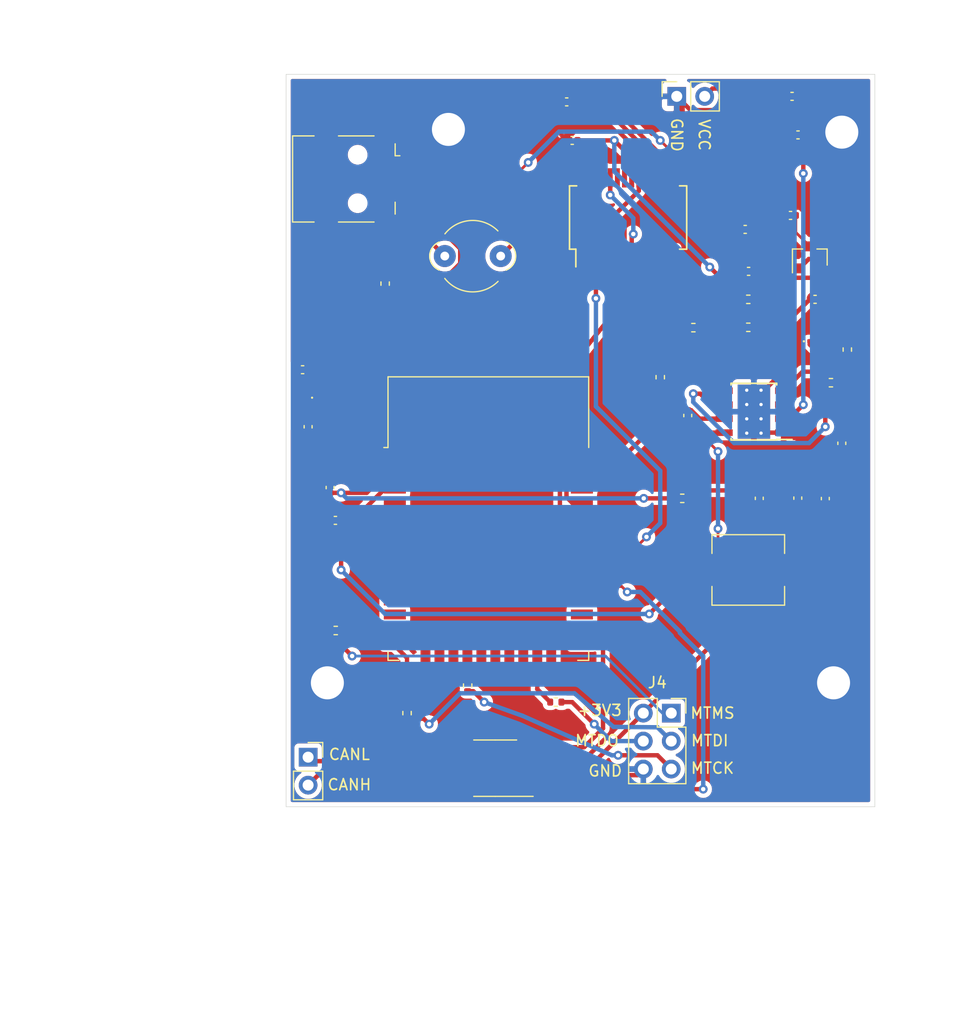
<source format=kicad_pcb>
(kicad_pcb (version 20171130) (host pcbnew "(5.1.9)-1")
  (layers (0 F.Cu signal) (31 B.Cu signal) (34 B.Paste user) (35 F.Paste user) (36 B.SilkS user) (37 F.SilkS user) (38 B.Mask user) (39 F.Mask user) (44 Edge.Cuts user))
  (net 0 "")
  (net 1 GND)
  (net 2 +12V)
  (net 3 "Net-(C3-Pad1)")
  (net 4 "Net-(C4-Pad1)")
  (net 5 "Net-(C5-Pad2)")
  (net 6 "Net-(C8-Pad1)")
  (net 7 "Net-(C8-Pad2)")
  (net 8 +3V3)
  (net 9 "Net-(C13-Pad1)")
  (net 10 "Net-(C13-Pad2)")
  (net 11 "Net-(C15-Pad1)")
  (net 12 "Net-(D1-Pad1)")
  (net 13 "Net-(D2-Pad1)")
  (net 14 "Net-(FB1-Pad2)")
  (net 15 "Net-(J1-Pad2)")
  (net 16 "Net-(J1-Pad3)")
  (net 17 "Net-(J1-Pad4)")
  (net 18 "Net-(J1-Pad6)")
  (net 19 "Net-(J3-Pad2)")
  (net 20 "Net-(J3-Pad1)")
  (net 21 "Net-(J4-Pad1)")
  (net 22 "Net-(J4-Pad3)")
  (net 23 "Net-(J4-Pad4)")
  (net 24 "Net-(J4-Pad5)")
  (net 25 PG)
  (net 26 "Net-(R2-Pad2)")
  (net 27 MTMS)
  (net 28 MTDI)
  (net 29 MTCK)
  (net 30 "Net-(R8-Pad2)")
  (net 31 MTDO)
  (net 32 CAN_TXD)
  (net 33 CAN_RXD)
  (net 34 "Net-(U1-Pad5)")
  (net 35 "Net-(U1-Pad8)")
  (net 36 RX-ESP)
  (net 37 "Net-(U3-Pad2)")
  (net 38 IO19)
  (net 39 TX-ESP)
  (net 40 "Net-(U3-Pad6)")
  (net 41 "Net-(U3-Pad9)")
  (net 42 "Net-(U3-Pad10)")
  (net 43 IO22)
  (net 44 "Net-(U3-Pad12)")
  (net 45 "Net-(U3-Pad13)")
  (net 46 "Net-(U3-Pad19)")
  (net 47 "Net-(U3-Pad22)")
  (net 48 "Net-(U3-Pad23)")
  (net 49 "Net-(U3-Pad27)")
  (net 50 "Net-(U3-Pad28)")
  (net 51 "Net-(U4-Pad4)")
  (net 52 "Net-(U4-Pad5)")
  (net 53 "Net-(U4-Pad6)")
  (net 54 "Net-(U4-Pad7)")
  (net 55 "Net-(U4-Pad8)")
  (net 56 "Net-(U4-Pad9)")
  (net 57 "Net-(U4-Pad10)")
  (net 58 "Net-(U4-Pad11)")
  (net 59 "Net-(U4-Pad12)")
  (net 60 "Net-(U4-Pad17)")
  (net 61 "Net-(U4-Pad18)")
  (net 62 "Net-(U4-Pad19)")
  (net 63 "Net-(U4-Pad20)")
  (net 64 "Net-(U4-Pad21)")
  (net 65 "Net-(U4-Pad22)")
  (net 66 "Net-(U4-Pad24)")
  (net 67 "Net-(U4-Pad25)")
  (net 68 "Net-(U4-Pad27)")
  (net 69 "Net-(U4-Pad28)")
  (net 70 "Net-(U4-Pad30)")
  (net 71 "Net-(U4-Pad32)")
  (net 72 "Net-(U4-Pad33)")
  (net 73 "Net-(U4-Pad37)")
  (module RF_Module:ESP32-WROOM-32 (layer F.Cu) (at 119.38 100.33)
    (fp_text reference U4 hide)
    (fp_text value ESP32-WROOM-32 hide)
    (pad 38 smd rect (at 8.5 -8.255) (size 2 0.9) (layers F.Cu F.Paste F.Mask) (net 1 GND))
    (pad 37 smd rect (at 8.5 -6.985) (size 2 0.9) (layers F.Cu F.Paste F.Mask) (net 73 "Net-(U4-Pad37)"))
    (pad 36 smd rect (at 8.5 -5.715) (size 2 0.9) (layers F.Cu F.Paste F.Mask) (net 43 IO22))
    (pad 35 smd rect (at 8.5 -4.445) (size 2 0.9) (layers F.Cu F.Paste F.Mask) (net 39 TX-ESP))
    (pad 34 smd rect (at 8.5 -3.175) (size 2 0.9) (layers F.Cu F.Paste F.Mask) (net 36 RX-ESP))
    (pad 33 smd rect (at 8.5 -1.905) (size 2 0.9) (layers F.Cu F.Paste F.Mask) (net 72 "Net-(U4-Pad33)"))
    (pad 32 smd rect (at 8.5 -0.635) (size 2 0.9) (layers F.Cu F.Paste F.Mask) (net 71 "Net-(U4-Pad32)"))
    (pad 31 smd rect (at 8.5 0.635) (size 2 0.9) (layers F.Cu F.Paste F.Mask) (net 38 IO19))
    (pad 30 smd rect (at 8.5 1.905) (size 2 0.9) (layers F.Cu F.Paste F.Mask) (net 70 "Net-(U4-Pad30)"))
    (pad 29 smd rect (at 8.5 3.175) (size 2 0.9) (layers F.Cu F.Paste F.Mask) (net 32 CAN_TXD))
    (pad 28 smd rect (at 8.5 4.445) (size 2 0.9) (layers F.Cu F.Paste F.Mask) (net 69 "Net-(U4-Pad28)"))
    (pad 27 smd rect (at 8.5 5.715) (size 2 0.9) (layers F.Cu F.Paste F.Mask) (net 68 "Net-(U4-Pad27)"))
    (pad 26 smd rect (at 8.5 6.985) (size 2 0.9) (layers F.Cu F.Paste F.Mask) (net 33 CAN_RXD))
    (pad 25 smd rect (at 8.5 8.255) (size 2 0.9) (layers F.Cu F.Paste F.Mask) (net 67 "Net-(U4-Pad25)"))
    (pad 24 smd rect (at 5.715 9.255 90) (size 2 0.9) (layers F.Cu F.Paste F.Mask) (net 66 "Net-(U4-Pad24)"))
    (pad 23 smd rect (at 4.445 9.255 90) (size 2 0.9) (layers F.Cu F.Paste F.Mask) (net 31 MTDO))
    (pad 22 smd rect (at 3.175 9.255 90) (size 2 0.9) (layers F.Cu F.Paste F.Mask) (net 65 "Net-(U4-Pad22)"))
    (pad 21 smd rect (at 1.905 9.255 90) (size 2 0.9) (layers F.Cu F.Paste F.Mask) (net 64 "Net-(U4-Pad21)"))
    (pad 20 smd rect (at 0.635 9.255 90) (size 2 0.9) (layers F.Cu F.Paste F.Mask) (net 63 "Net-(U4-Pad20)"))
    (pad 19 smd rect (at -0.635 9.255 90) (size 2 0.9) (layers F.Cu F.Paste F.Mask) (net 62 "Net-(U4-Pad19)"))
    (pad 18 smd rect (at -1.905 9.255 90) (size 2 0.9) (layers F.Cu F.Paste F.Mask) (net 61 "Net-(U4-Pad18)"))
    (pad 17 smd rect (at -3.175 9.255 90) (size 2 0.9) (layers F.Cu F.Paste F.Mask) (net 60 "Net-(U4-Pad17)"))
    (pad 16 smd rect (at -4.445 9.255 90) (size 2 0.9) (layers F.Cu F.Paste F.Mask) (net 29 MTCK))
    (pad 15 smd rect (at -5.715 9.255 90) (size 2 0.9) (layers F.Cu F.Paste F.Mask) (net 1 GND))
    (pad 14 smd rect (at -8.5 8.255) (size 2 0.9) (layers F.Cu F.Paste F.Mask) (net 28 MTDI))
    (pad 13 smd rect (at -8.5 6.985) (size 2 0.9) (layers F.Cu F.Paste F.Mask) (net 27 MTMS))
    (pad 12 smd rect (at -8.5 5.715) (size 2 0.9) (layers F.Cu F.Paste F.Mask) (net 59 "Net-(U4-Pad12)"))
    (pad 11 smd rect (at -8.5 4.445) (size 2 0.9) (layers F.Cu F.Paste F.Mask) (net 58 "Net-(U4-Pad11)"))
    (pad 10 smd rect (at -8.5 3.175) (size 2 0.9) (layers F.Cu F.Paste F.Mask) (net 57 "Net-(U4-Pad10)"))
    (pad 9 smd rect (at -8.5 1.905) (size 2 0.9) (layers F.Cu F.Paste F.Mask) (net 56 "Net-(U4-Pad9)"))
    (pad 8 smd rect (at -8.5 0.635) (size 2 0.9) (layers F.Cu F.Paste F.Mask) (net 55 "Net-(U4-Pad8)"))
    (pad 7 smd rect (at -8.5 -0.635) (size 2 0.9) (layers F.Cu F.Paste F.Mask) (net 54 "Net-(U4-Pad7)"))
    (pad 6 smd rect (at -8.5 -1.905) (size 2 0.9) (layers F.Cu F.Paste F.Mask) (net 53 "Net-(U4-Pad6)"))
    (pad 5 smd rect (at -8.5 -3.175) (size 2 0.9) (layers F.Cu F.Paste F.Mask) (net 52 "Net-(U4-Pad5)"))
    (pad 4 smd rect (at -8.5 -4.445) (size 2 0.9) (layers F.Cu F.Paste F.Mask) (net 51 "Net-(U4-Pad4)"))
    (pad 3 smd rect (at -8.5 -5.715) (size 2 0.9) (layers F.Cu F.Paste F.Mask) (net 11 "Net-(C15-Pad1)"))
    (pad 2 smd rect (at -8.5 -6.985) (size 2 0.9) (layers F.Cu F.Paste F.Mask) (net 8 +3V3))
    (pad 1 smd rect (at -8.5 -8.255) (size 2 0.9) (layers F.Cu F.Paste F.Mask) (net 1 GND))
    (pad 39 smd rect (at -1 -0.755) (size 5 5) (layers F.Cu F.Paste F.Mask) (net 1 GND))
  )
  (module "connectors added:PinSocket_2x03_P2.54mm_Vertical" (layer F.Cu) (at 136 115)
    (fp_text reference J4 (at -1.27 -2.77) (layer F.SilkS))
    (fp_text value Conn_02x03_Odd_Even)
    (pad 6 thru_hole oval (at -2.54 5.08) (size 1.7 1.7) (drill 1) (layers *.Cu *.Mask) (net 1 GND))
    (pad 5 thru_hole oval (at 0 5.08) (size 1.7 1.7) (drill 1) (layers *.Cu *.Mask) (net 24 "Net-(J4-Pad5)"))
    (pad 4 thru_hole oval (at -2.54 2.54) (size 1.7 1.7) (drill 1) (layers *.Cu *.Mask) (net 23 "Net-(J4-Pad4)"))
    (pad 3 thru_hole oval (at 0 2.54) (size 1.7 1.7) (drill 1) (layers *.Cu *.Mask) (net 22 "Net-(J4-Pad3)"))
    (pad 2 thru_hole oval (at -2.54 0) (size 1.7 1.7) (drill 1) (layers *.Cu *.Mask) (net 8 +3V3))
    (pad 1 thru_hole rect (at 0 0) (size 1.7 1.7) (drill 1) (layers *.Cu *.Mask) (net 21 "Net-(J4-Pad1)"))
  )
  (module LED_SMD:LED_0201_0603Metric (layer F.Cu) (at 102.5 86.36 180)
    (fp_text reference D1 hide)
    (fp_text value LED hide)
    (pad 2 smd roundrect (at 0.32 0 180) (size 0.46 0.4) (layers F.Cu F.Mask) (net 8 +3V3))
    (pad 1 smd roundrect (at -0.32 0 180) (size 0.46 0.4) (layers F.Cu F.Mask) (net 12 "Net-(D1-Pad1)"))
  )
  (module LED_SMD:LED_0201_0603Metric (layer F.Cu) (at 148.91 81.24)
    (fp_text reference D2 hide)
    (fp_text value LED hide)
    (pad 2 smd roundrect (at 0.32 0) (size 0.46 0.4) (layers F.Cu F.Mask) (net 9 "Net-(C13-Pad1)"))
    (pad 1 smd roundrect (at -0.32 0) (size 0.46 0.4) (layers F.Cu F.Mask) (net 13 "Net-(D2-Pad1)"))
  )
  (module Ferrite_THT:LairdTech_28C0236-0JW-10 (layer F.Cu) (at 120.5 73.5 180)
    (fp_text reference FB1 hide)
    (fp_text value Ferrite_Bead hide)
    (pad 1 thru_hole circle (at 0 0 180) (size 2 2) (drill 0.8) (layers *.Cu *.Mask) (net 3 "Net-(C3-Pad1)"))
    (pad 2 thru_hole circle (at 5.08 0 180) (size 2 2) (drill 0.8) (layers *.Cu *.Mask) (net 14 "Net-(FB1-Pad2)"))
  )
  (module Connector_USB:USB_Mini-B_Lumberg_2486_01_Horizontal (layer F.Cu) (at 107.5 66.5 270)
    (fp_text reference J1 hide)
    (fp_text value USB_B_Mini hide)
    (pad "" np_thru_hole circle (at 2.2 0 270) (size 1 1) (drill 1) (layers *.Cu *.Mask))
    (pad "" np_thru_hole circle (at -2.2 0 270) (size 1 1) (drill 1) (layers *.Cu *.Mask))
    (pad 6 smd rect (at 4.45 2.85 270) (size 2 1.7) (layers F.Cu F.Paste F.Mask) (net 18 "Net-(J1-Pad6)"))
    (pad 6 smd rect (at 4.45 -2.6 270) (size 2 1.7) (layers F.Cu F.Paste F.Mask) (net 18 "Net-(J1-Pad6)"))
    (pad 6 smd rect (at -4.45 2.85 270) (size 2 1.7) (layers F.Cu F.Paste F.Mask) (net 18 "Net-(J1-Pad6)"))
    (pad 6 smd rect (at -4.45 -2.6 270) (size 2 1.7) (layers F.Cu F.Paste F.Mask) (net 18 "Net-(J1-Pad6)"))
    (pad 5 smd rect (at 1.6 -2.7 270) (size 0.5 2) (layers F.Cu F.Paste F.Mask) (net 1 GND))
    (pad 4 smd rect (at 0.8 -2.7 270) (size 0.5 2) (layers F.Cu F.Paste F.Mask) (net 17 "Net-(J1-Pad4)"))
    (pad 3 smd rect (at 0 -2.7 270) (size 0.5 2) (layers F.Cu F.Paste F.Mask) (net 16 "Net-(J1-Pad3)"))
    (pad 2 smd rect (at -0.8 -2.7 270) (size 0.5 2) (layers F.Cu F.Paste F.Mask) (net 15 "Net-(J1-Pad2)"))
    (pad 1 smd rect (at -1.6 -2.7 270) (size 0.5 2) (layers F.Cu F.Paste F.Mask) (net 14 "Net-(FB1-Pad2)"))
  )
  (module "connectors added:PinSocket_1x02_P2.54mm_Vertical" (layer F.Cu) (at 136.5 59 90)
    (fp_text reference J2 hide)
    (fp_text value Screw_Terminal_01x02 hide)
    (pad 2 thru_hole oval (at 0 2.54 90) (size 1.7 1.7) (drill 1) (layers *.Cu *.Mask) (net 2 +12V))
    (pad 1 thru_hole rect (at 0 0 90) (size 1.7 1.7) (drill 1) (layers *.Cu *.Mask) (net 1 GND))
  )
  (module "connectors added:PinSocket_1x02_P2.54mm_Vertical" (layer F.Cu) (at 103 119)
    (fp_text reference J3 hide)
    (fp_text value Screw_Terminal_01x02 hide)
    (pad 2 thru_hole oval (at 0 2.54) (size 1.7 1.7) (drill 1) (layers *.Cu *.Mask) (net 19 "Net-(J3-Pad2)"))
    (pad 1 thru_hole rect (at 0 0) (size 1.7 1.7) (drill 1) (layers *.Cu *.Mask) (net 20 "Net-(J3-Pad1)"))
  )
  (module Inductor_SMD:L_6.3x6.3_H3 (layer F.Cu) (at 143 102 180)
    (fp_text reference L1 hide)
    (fp_text value 6.8uH hide)
    (pad 2 smd rect (at 2.75 0 180) (size 1.5 2.4) (layers F.Cu F.Paste F.Mask) (net 6 "Net-(C8-Pad1)"))
    (pad 1 smd rect (at -2.75 0 180) (size 1.5 2.4) (layers F.Cu F.Paste F.Mask) (net 8 +3V3))
  )
  (module Package_TO_SOT_SMD:SOT-23 (layer F.Cu) (at 148.59 73.62 90)
    (fp_text reference Q1 hide)
    (fp_text value IRLML6402 hide)
    (pad 3 smd rect (at 1 0 90) (size 0.9 0.8) (layers F.Cu F.Paste F.Mask) (net 9 "Net-(C13-Pad1)"))
    (pad 2 smd rect (at -1 0.95 90) (size 0.9 0.8) (layers F.Cu F.Paste F.Mask) (net 3 "Net-(C3-Pad1)"))
    (pad 1 smd rect (at -1 -0.95 90) (size 0.9 0.8) (layers F.Cu F.Paste F.Mask) (net 10 "Net-(C13-Pad2)"))
  )
  (module Package_SO:SOIC-8_3.9x4.9mm_P1.27mm (layer F.Cu) (at 120 120 180)
    (fp_text reference U1 hide)
    (fp_text value SN65HVD232 hide)
    (pad 8 smd roundrect (at 2.475 -1.905 180) (size 1.95 0.6) (layers F.Cu F.Paste F.Mask) (net 35 "Net-(U1-Pad8)"))
    (pad 7 smd roundrect (at 2.475 -0.635 180) (size 1.95 0.6) (layers F.Cu F.Paste F.Mask) (net 19 "Net-(J3-Pad2)"))
    (pad 6 smd roundrect (at 2.475 0.635 180) (size 1.95 0.6) (layers F.Cu F.Paste F.Mask) (net 20 "Net-(J3-Pad1)"))
    (pad 5 smd roundrect (at 2.475 1.905 180) (size 1.95 0.6) (layers F.Cu F.Paste F.Mask) (net 34 "Net-(U1-Pad5)"))
    (pad 4 smd roundrect (at -2.475 1.905 180) (size 1.95 0.6) (layers F.Cu F.Paste F.Mask) (net 33 CAN_RXD))
    (pad 3 smd roundrect (at -2.475 0.635 180) (size 1.95 0.6) (layers F.Cu F.Paste F.Mask) (net 8 +3V3))
    (pad 2 smd roundrect (at -2.475 -0.635 180) (size 1.95 0.6) (layers F.Cu F.Paste F.Mask) (net 1 GND))
    (pad 1 smd roundrect (at -2.475 -1.905 180) (size 1.95 0.6) (layers F.Cu F.Paste F.Mask) (net 32 CAN_TXD))
  )
  (module Package_SO:Texas_HSOP-8-1EP_3.9x4.9mm_P1.27mm_ThermalVias (layer F.Cu) (at 143.51 87.63 180)
    (fp_text reference U2 hide)
    (fp_text value LMR33630ADDA hide)
    (pad 9 thru_hole circle (at 0.65 1.95 180) (size 0.6 0.6) (drill 0.3) (layers *.Cu) (net 1 GND))
    (pad 9 thru_hole circle (at 0.65 0.65 180) (size 0.6 0.6) (drill 0.3) (layers *.Cu) (net 1 GND))
    (pad 9 thru_hole circle (at -0.65 0.65 180) (size 0.6 0.6) (drill 0.3) (layers *.Cu) (net 1 GND))
    (pad 9 thru_hole circle (at -0.65 1.95 180) (size 0.6 0.6) (drill 0.3) (layers *.Cu) (net 1 GND))
    (pad 9 thru_hole circle (at 0.65 -1.95 180) (size 0.6 0.6) (drill 0.3) (layers *.Cu) (net 1 GND))
    (pad 9 thru_hole circle (at 0.65 -0.65 180) (size 0.6 0.6) (drill 0.3) (layers *.Cu) (net 1 GND))
    (pad 9 thru_hole circle (at -0.65 -0.65 180) (size 0.6 0.6) (drill 0.3) (layers *.Cu) (net 1 GND))
    (pad 9 thru_hole circle (at -0.65 -1.95 180) (size 0.6 0.6) (drill 0.3) (layers *.Cu) (net 1 GND))
    (pad 8 smd rect (at 2.7 -1.905 180) (size 1.55 0.6) (layers F.Cu F.Paste F.Mask) (net 6 "Net-(C8-Pad1)"))
    (pad 7 smd rect (at 2.7 -0.635 180) (size 1.55 0.6) (layers F.Cu F.Paste F.Mask) (net 7 "Net-(C8-Pad2)"))
    (pad 6 smd rect (at 2.7 0.635 180) (size 1.55 0.6) (layers F.Cu F.Paste F.Mask) (net 4 "Net-(C4-Pad1)"))
    (pad 5 smd rect (at 2.7 1.905 180) (size 1.55 0.6) (layers F.Cu F.Paste F.Mask) (net 26 "Net-(R2-Pad2)"))
    (pad 4 smd rect (at -2.7 1.905 180) (size 1.55 0.6) (layers F.Cu F.Paste F.Mask) (net 25 PG))
    (pad 3 smd rect (at -2.7 0.635 180) (size 1.55 0.6) (layers F.Cu F.Paste F.Mask) (net 2 +12V))
    (pad 2 smd rect (at -2.7 -0.635 180) (size 1.55 0.6) (layers F.Cu F.Paste F.Mask) (net 2 +12V))
    (pad 1 smd rect (at -2.7 -1.905 180) (size 1.55 0.6) (layers F.Cu F.Paste F.Mask) (net 1 GND))
    (pad 9 smd rect (at 0 0 180) (size 2.95 4.9) (layers B.Cu) (net 1 GND))
    (pad 9 smd rect (at 0 0 180) (size 2.95 4.9) (layers F.Cu) (net 1 GND))
  )
  (module Package_SO:SSOP-28_5.3x10.2mm_P0.65mm (layer F.Cu) (at 132.08 70 90)
    (fp_text reference U3 hide)
    (fp_text value FT232RL hide)
    (pad 28 smd rect (at 3.6 -4.225 90) (size 1.75 0.45) (layers F.Cu F.Paste F.Mask) (net 50 "Net-(U3-Pad28)"))
    (pad 27 smd rect (at 3.6 -3.575 90) (size 1.75 0.45) (layers F.Cu F.Paste F.Mask) (net 49 "Net-(U3-Pad27)"))
    (pad 26 smd rect (at 3.6 -2.925 90) (size 1.75 0.45) (layers F.Cu F.Paste F.Mask) (net 1 GND))
    (pad 25 smd rect (at 3.6 -2.275 90) (size 1.75 0.45) (layers F.Cu F.Paste F.Mask) (net 1 GND))
    (pad 24 smd rect (at 3.6 -1.625 90) (size 1.75 0.45) (layers F.Cu F.Paste F.Mask))
    (pad 23 smd rect (at 3.6 -0.975 90) (size 1.75 0.45) (layers F.Cu F.Paste F.Mask) (net 48 "Net-(U3-Pad23)"))
    (pad 22 smd rect (at 3.6 -0.325 90) (size 1.75 0.45) (layers F.Cu F.Paste F.Mask) (net 47 "Net-(U3-Pad22)"))
    (pad 21 smd rect (at 3.6 0.325 90) (size 1.75 0.45) (layers F.Cu F.Paste F.Mask) (net 1 GND))
    (pad 20 smd rect (at 3.6 0.975 90) (size 1.75 0.45) (layers F.Cu F.Paste F.Mask) (net 3 "Net-(C3-Pad1)"))
    (pad 19 smd rect (at 3.6 1.625 90) (size 1.75 0.45) (layers F.Cu F.Paste F.Mask) (net 46 "Net-(U3-Pad19)"))
    (pad 18 smd rect (at 3.6 2.275 90) (size 1.75 0.45) (layers F.Cu F.Paste F.Mask) (net 1 GND))
    (pad 17 smd rect (at 3.6 2.925 90) (size 1.75 0.45) (layers F.Cu F.Paste F.Mask) (net 5 "Net-(C5-Pad2)"))
    (pad 16 smd rect (at 3.6 3.575 90) (size 1.75 0.45) (layers F.Cu F.Paste F.Mask) (net 15 "Net-(J1-Pad2)"))
    (pad 15 smd rect (at 3.6 4.225 90) (size 1.75 0.45) (layers F.Cu F.Paste F.Mask) (net 16 "Net-(J1-Pad3)"))
    (pad 14 smd rect (at -3.6 4.225 90) (size 1.75 0.45) (layers F.Cu F.Paste F.Mask) (net 30 "Net-(R8-Pad2)"))
    (pad 13 smd rect (at -3.6 3.575 90) (size 1.75 0.45) (layers F.Cu F.Paste F.Mask) (net 45 "Net-(U3-Pad13)"))
    (pad 12 smd rect (at -3.6 2.925 90) (size 1.75 0.45) (layers F.Cu F.Paste F.Mask) (net 44 "Net-(U3-Pad12)"))
    (pad 11 smd rect (at -3.6 2.275 90) (size 1.75 0.45) (layers F.Cu F.Paste F.Mask) (net 43 IO22))
    (pad 10 smd rect (at -3.6 1.625 90) (size 1.75 0.45) (layers F.Cu F.Paste F.Mask) (net 42 "Net-(U3-Pad10)"))
    (pad 9 smd rect (at -3.6 0.975 90) (size 1.75 0.45) (layers F.Cu F.Paste F.Mask) (net 41 "Net-(U3-Pad9)"))
    (pad 8 smd rect (at -3.6 0.325 90) (size 1.75 0.45) (layers F.Cu F.Paste F.Mask))
    (pad 7 smd rect (at -3.6 -0.325 90) (size 1.75 0.45) (layers F.Cu F.Paste F.Mask) (net 1 GND))
    (pad 6 smd rect (at -3.6 -0.975 90) (size 1.75 0.45) (layers F.Cu F.Paste F.Mask) (net 40 "Net-(U3-Pad6)"))
    (pad 5 smd rect (at -3.6 -1.625 90) (size 1.75 0.45) (layers F.Cu F.Paste F.Mask) (net 39 TX-ESP))
    (pad 4 smd rect (at -3.6 -2.275 90) (size 1.75 0.45) (layers F.Cu F.Paste F.Mask) (net 3 "Net-(C3-Pad1)"))
    (pad 3 smd rect (at -3.6 -2.925 90) (size 1.75 0.45) (layers F.Cu F.Paste F.Mask) (net 38 IO19))
    (pad 2 smd rect (at -3.6 -3.575 90) (size 1.75 0.45) (layers F.Cu F.Paste F.Mask) (net 37 "Net-(U3-Pad2)"))
    (pad 1 smd rect (at -3.6 -4.225 90) (size 1.75 0.45) (layers F.Cu F.Paste F.Mask) (net 36 RX-ESP))
  )
  (module Capacitor_SMD:C_0402_1005Metric (layer F.Cu) (at 146.98 59 180)
    (fp_text reference C1 hide)
    (fp_text value 10uF hide)
    (pad 2 smd roundrect (at 0.48 0 180) (size 0.56 0.62) (layers F.Cu F.Paste F.Mask) (net 1 GND))
    (pad 1 smd roundrect (at -0.48 0 180) (size 0.56 0.62) (layers F.Cu F.Paste F.Mask) (net 2 +12V))
  )
  (module Capacitor_SMD:C_0402_1005Metric (layer F.Cu) (at 147.52 62.5 180)
    (fp_text reference C2 hide)
    (fp_text value 220nF hide)
    (pad 2 smd roundrect (at 0.48 0 180) (size 0.56 0.62) (layers F.Cu F.Paste F.Mask) (net 1 GND))
    (pad 1 smd roundrect (at -0.48 0 180) (size 0.56 0.62) (layers F.Cu F.Paste F.Mask) (net 2 +12V))
  )
  (module Capacitor_SMD:C_0402_1005Metric (layer F.Cu) (at 127 63 180)
    (fp_text reference C3 hide)
    (fp_text value 10nF hide)
    (pad 2 smd roundrect (at 0.48 0 180) (size 0.56 0.62) (layers F.Cu F.Paste F.Mask) (net 1 GND))
    (pad 1 smd roundrect (at -0.48 0 180) (size 0.56 0.62) (layers F.Cu F.Paste F.Mask) (net 3 "Net-(C3-Pad1)"))
  )
  (module Capacitor_SMD:C_0402_1005Metric (layer F.Cu) (at 151.5 90.5 90)
    (fp_text reference C4 hide)
    (fp_text value C hide)
    (pad 2 smd roundrect (at 0.48 0 90) (size 0.56 0.62) (layers F.Cu F.Paste F.Mask) (net 1 GND))
    (pad 1 smd roundrect (at -0.48 0 90) (size 0.56 0.62) (layers F.Cu F.Paste F.Mask) (net 4 "Net-(C4-Pad1)"))
  )
  (module Capacitor_SMD:C_0402_1005Metric (layer F.Cu) (at 126.5 59.5)
    (fp_text reference C5 hide)
    (fp_text value 100nF hide)
    (pad 2 smd roundrect (at 0.48 0) (size 0.56 0.62) (layers F.Cu F.Paste F.Mask) (net 5 "Net-(C5-Pad2)"))
    (pad 1 smd roundrect (at -0.48 0) (size 0.56 0.62) (layers F.Cu F.Paste F.Mask) (net 1 GND))
  )
  (module Capacitor_SMD:C_0402_1005Metric (layer F.Cu) (at 142.72 71.08)
    (fp_text reference C6 hide)
    (fp_text value 100nF hide)
    (pad 2 smd roundrect (at 0.48 0) (size 0.56 0.62) (layers F.Cu F.Paste F.Mask) (net 3 "Net-(C3-Pad1)"))
    (pad 1 smd roundrect (at -0.48 0) (size 0.56 0.62) (layers F.Cu F.Paste F.Mask) (net 1 GND))
  )
  (module Capacitor_SMD:C_0402_1005Metric (layer F.Cu) (at 143.03 74.89)
    (fp_text reference C7 hide)
    (fp_text value 4.7uF hide)
    (pad 2 smd roundrect (at 0.48 0) (size 0.56 0.62) (layers F.Cu F.Paste F.Mask) (net 3 "Net-(C3-Pad1)"))
    (pad 1 smd roundrect (at -0.48 0) (size 0.56 0.62) (layers F.Cu F.Paste F.Mask) (net 1 GND))
  )
  (module Capacitor_SMD:C_0402_1005Metric (layer F.Cu) (at 137.5 87.98 90)
    (fp_text reference C8 hide)
    (fp_text value 100nF hide)
    (pad 2 smd roundrect (at 0.48 0 90) (size 0.56 0.62) (layers F.Cu F.Paste F.Mask) (net 7 "Net-(C8-Pad2)"))
    (pad 1 smd roundrect (at -0.48 0 90) (size 0.56 0.62) (layers F.Cu F.Paste F.Mask) (net 6 "Net-(C8-Pad1)"))
  )
  (module Capacitor_SMD:C_0402_1005Metric (layer F.Cu) (at 102.5 83.82)
    (fp_text reference C9 hide)
    (fp_text value 22uF hide)
    (pad 2 smd roundrect (at 0.48 0) (size 0.56 0.62) (layers F.Cu F.Paste F.Mask) (net 1 GND))
    (pad 1 smd roundrect (at -0.48 0) (size 0.56 0.62) (layers F.Cu F.Paste F.Mask) (net 8 +3V3))
  )
  (module Capacitor_SMD:C_0402_1005Metric (layer F.Cu) (at 150 95.52 90)
    (fp_text reference C10 hide)
    (fp_text value 22uF hide)
    (pad 2 smd roundrect (at 0.48 0 90) (size 0.56 0.62) (layers F.Cu F.Paste F.Mask) (net 1 GND))
    (pad 1 smd roundrect (at -0.48 0 90) (size 0.56 0.62) (layers F.Cu F.Paste F.Mask) (net 8 +3V3))
  )
  (module Capacitor_SMD:C_0402_1005Metric (layer F.Cu) (at 103 89 90)
    (fp_text reference C11 hide)
    (fp_text value 22uF hide)
    (pad 2 smd roundrect (at 0.48 0 90) (size 0.56 0.62) (layers F.Cu F.Paste F.Mask) (net 1 GND))
    (pad 1 smd roundrect (at -0.48 0 90) (size 0.56 0.62) (layers F.Cu F.Paste F.Mask) (net 8 +3V3))
  )
  (module Capacitor_SMD:C_0402_1005Metric (layer F.Cu) (at 144 95.5 90)
    (fp_text reference C12 hide)
    (fp_text value 22uF hide)
    (pad 2 smd roundrect (at 0.48 0 90) (size 0.56 0.62) (layers F.Cu F.Paste F.Mask) (net 1 GND))
    (pad 1 smd roundrect (at -0.48 0 90) (size 0.56 0.62) (layers F.Cu F.Paste F.Mask) (net 8 +3V3))
  )
  (module Capacitor_SMD:C_0402_1005Metric (layer F.Cu) (at 149.07 77.43 180)
    (fp_text reference C13 hide)
    (fp_text value 0.1uF hide)
    (pad 2 smd roundrect (at 0.48 0 180) (size 0.56 0.62) (layers F.Cu F.Paste F.Mask) (net 10 "Net-(C13-Pad2)"))
    (pad 1 smd roundrect (at -0.48 0 180) (size 0.56 0.62) (layers F.Cu F.Paste F.Mask) (net 9 "Net-(C13-Pad1)"))
  )
  (module Capacitor_SMD:C_0402_1005Metric (layer F.Cu) (at 146.84 69.81 180)
    (fp_text reference C14 hide)
    (fp_text value 0.1uF hide)
    (pad 2 smd roundrect (at 0.48 0 180) (size 0.56 0.62) (layers F.Cu F.Paste F.Mask) (net 1 GND))
    (pad 1 smd roundrect (at -0.48 0 180) (size 0.56 0.62) (layers F.Cu F.Paste F.Mask) (net 9 "Net-(C13-Pad1)"))
  )
  (module Capacitor_SMD:C_0402_1005Metric (layer F.Cu) (at 105.48 97.5 180)
    (fp_text reference C15 hide)
    (fp_text value 1uF hide)
    (pad 2 smd roundrect (at 0.48 0 180) (size 0.56 0.62) (layers F.Cu F.Paste F.Mask) (net 1 GND))
    (pad 1 smd roundrect (at -0.48 0 180) (size 0.56 0.62) (layers F.Cu F.Paste F.Mask) (net 11 "Net-(C15-Pad1)"))
  )
  (module Capacitor_SMD:C_0402_1005Metric (layer F.Cu) (at 147.5 95.48 90)
    (fp_text reference C16 hide)
    (fp_text value 10uF hide)
    (pad 2 smd roundrect (at 0.48 0 90) (size 0.56 0.62) (layers F.Cu F.Paste F.Mask) (net 1 GND))
    (pad 1 smd roundrect (at -0.48 0 90) (size 0.56 0.62) (layers F.Cu F.Paste F.Mask) (net 8 +3V3))
  )
  (module Capacitor_SMD:C_0402_1005Metric (layer F.Cu) (at 105 94.52 90)
    (fp_text reference C17 hide)
    (fp_text value 0.1uF hide)
    (pad 2 smd roundrect (at 0.48 0 90) (size 0.56 0.62) (layers F.Cu F.Paste F.Mask) (net 1 GND))
    (pad 1 smd roundrect (at -0.48 0 90) (size 0.56 0.62) (layers F.Cu F.Paste F.Mask) (net 8 +3V3))
  )
  (module Resistor_SMD:R_0402_1005Metric (layer F.Cu) (at 150.51 85)
    (fp_text reference R1 hide)
    (fp_text value R hide)
    (pad 2 smd roundrect (at 0.51 0) (size 0.54 0.64) (layers F.Cu F.Paste F.Mask) (net 25 PG))
    (pad 1 smd roundrect (at -0.51 0) (size 0.54 0.64) (layers F.Cu F.Paste F.Mask) (net 4 "Net-(C4-Pad1)"))
  )
  (module Resistor_SMD:R_0402_1005Metric (layer F.Cu) (at 135 84.5 90)
    (fp_text reference R2 hide)
    (fp_text value 100k hide)
    (pad 2 smd roundrect (at 0.51 0 90) (size 0.54 0.64) (layers F.Cu F.Paste F.Mask) (net 26 "Net-(R2-Pad2)"))
    (pad 1 smd roundrect (at -0.51 0 90) (size 0.54 0.64) (layers F.Cu F.Paste F.Mask) (net 6 "Net-(C8-Pad1)"))
  )
  (module Resistor_SMD:R_0402_1005Metric (layer F.Cu) (at 138.01 80)
    (fp_text reference R3 hide)
    (fp_text value 43.2k hide)
    (pad 2 smd roundrect (at 0.51 0) (size 0.54 0.64) (layers F.Cu F.Paste F.Mask) (net 1 GND))
    (pad 1 smd roundrect (at -0.51 0) (size 0.54 0.64) (layers F.Cu F.Paste F.Mask) (net 26 "Net-(R2-Pad2)"))
  )
  (module Resistor_SMD:R_0402_1005Metric (layer F.Cu) (at 110 76 270)
    (fp_text reference R4 hide)
    (fp_text value 1k hide)
    (pad 2 smd roundrect (at 0.51 0 270) (size 0.54 0.64) (layers F.Cu F.Paste F.Mask) (net 1 GND))
    (pad 1 smd roundrect (at -0.51 0 270) (size 0.54 0.64) (layers F.Cu F.Paste F.Mask) (net 12 "Net-(D1-Pad1)"))
  )
  (module Resistor_SMD:R_0402_1005Metric (layer F.Cu) (at 105.51 107.5)
    (fp_text reference R5 hide)
    (fp_text value 100 hide)
    (pad 2 smd roundrect (at 0.51 0) (size 0.54 0.64) (layers F.Cu F.Paste F.Mask) (net 27 MTMS))
    (pad 1 smd roundrect (at -0.51 0) (size 0.54 0.64) (layers F.Cu F.Paste F.Mask) (net 21 "Net-(J4-Pad1)"))
  )
  (module Resistor_SMD:R_0402_1005Metric (layer F.Cu) (at 111.99 115 90)
    (fp_text reference R6 hide)
    (fp_text value 100 hide)
    (pad 2 smd roundrect (at 0.51 0 90) (size 0.54 0.64) (layers F.Cu F.Paste F.Mask) (net 28 MTDI))
    (pad 1 smd roundrect (at -0.51 0 90) (size 0.54 0.64) (layers F.Cu F.Paste F.Mask) (net 22 "Net-(J4-Pad3)"))
  )
  (module Resistor_SMD:R_0402_1005Metric (layer F.Cu) (at 117.5 112.5 90)
    (fp_text reference R7 hide)
    (fp_text value 100 hide)
    (pad 2 smd roundrect (at 0.51 0 90) (size 0.54 0.64) (layers F.Cu F.Paste F.Mask) (net 29 MTCK))
    (pad 1 smd roundrect (at -0.51 0 90) (size 0.54 0.64) (layers F.Cu F.Paste F.Mask) (net 24 "Net-(J4-Pad5)"))
  )
  (module Resistor_SMD:R_0402_1005Metric (layer F.Cu) (at 143 77.43 180)
    (fp_text reference R8 hide)
    (fp_text value 10k hide)
    (pad 2 smd roundrect (at 0.51 0 180) (size 0.54 0.64) (layers F.Cu F.Paste F.Mask) (net 30 "Net-(R8-Pad2)"))
    (pad 1 smd roundrect (at -0.51 0 180) (size 0.54 0.64) (layers F.Cu F.Paste F.Mask) (net 3 "Net-(C3-Pad1)"))
  )
  (module Resistor_SMD:R_0402_1005Metric (layer F.Cu) (at 143 79.97 180)
    (fp_text reference R9 hide)
    (fp_text value 1k hide)
    (pad 2 smd roundrect (at 0.51 0 180) (size 0.54 0.64) (layers F.Cu F.Paste F.Mask) (net 30 "Net-(R8-Pad2)"))
    (pad 1 smd roundrect (at -0.51 0 180) (size 0.54 0.64) (layers F.Cu F.Paste F.Mask) (net 10 "Net-(C13-Pad2)"))
  )
  (module Resistor_SMD:R_0402_1005Metric (layer F.Cu) (at 152 81.99 270)
    (fp_text reference R10 hide)
    (fp_text value 1k hide)
    (pad 2 smd roundrect (at 0.51 0 270) (size 0.54 0.64) (layers F.Cu F.Paste F.Mask) (net 1 GND))
    (pad 1 smd roundrect (at -0.51 0 270) (size 0.54 0.64) (layers F.Cu F.Paste F.Mask) (net 13 "Net-(D2-Pad1)"))
  )
  (module Resistor_SMD:R_0402_1005Metric (layer F.Cu) (at 125.51 114)
    (fp_text reference R11 hide)
    (fp_text value 100 hide)
    (pad 2 smd roundrect (at 0.51 0) (size 0.54 0.64) (layers F.Cu F.Paste F.Mask) (net 23 "Net-(J4-Pad4)"))
    (pad 1 smd roundrect (at -0.51 0) (size 0.54 0.64) (layers F.Cu F.Paste F.Mask) (net 31 MTDO))
  )
  (module Resistor_SMD:R_0402_1005Metric (layer F.Cu) (at 137 95.5)
    (fp_text reference R12 hide)
    (fp_text value 10k hide)
    (pad 2 smd roundrect (at 0.51 0) (size 0.54 0.64) (layers F.Cu F.Paste F.Mask) (net 11 "Net-(C15-Pad1)"))
    (pad 1 smd roundrect (at -0.51 0) (size 0.54 0.64) (layers F.Cu F.Paste F.Mask) (net 8 +3V3))
  )
  (gr_text GND (at 136.5 62.5 270) (layer F.SilkS) (effects (font (size 1 1))))
  (gr_text VCC (at 139 62.5 -90) (layer F.SilkS) (effects (font (size 1 1))))
  (gr_text MTCK (at 139.75 120) (layer F.SilkS) (effects (font (size 1 1))))
  (gr_text MTMS (at 139.75 115) (layer F.SilkS) (effects (font (size 1 1))))
  (gr_text MTDI (at 139.5 117.5) (layer F.SilkS) (effects (font (size 1 1))))
  (gr_text MTDO (at 129.25 117.5) (layer F.SilkS) (effects (font (size 1 1))))
  (gr_text GND (at 130 120.25) (layer F.SilkS) (effects (font (size 1 1))))
  (gr_text +3V3 (at 129.5 114.75) (layer F.SilkS) (effects (font (size 1 1))))
  (gr_text CANL (at 106.75 118.75) (layer F.SilkS) (effects (font (size 1 1))))
  (gr_text CANH (at 106.75 121.5) (layer F.SilkS) (effects (font (size 1 1))))
  (gr_text HERACLES (at 146 116.25) (layer F.Cu) (effects (font (size 1.5 1.5) (thickness 0.3))))
  (gr_line (start 101 57) (end 101 123.5) (layer Edge.Cuts) (width 0.05))
  (gr_line (start 154.5 57) (end 101 57) (layer Edge.Cuts) (width 0.05))
  (gr_line (start 154.5 123.5) (end 154.5 57) (layer Edge.Cuts) (width 0.05))
  (gr_line (start 101 123.5) (end 154.5 123.5) (layer Edge.Cuts) (width 0.05))
  (via (at 130.455 67.955) (size 0.8) (drill 0.4) (layers F.Cu B.Cu) (net 0))
  (via (at 132.552055 71.499787) (size 0.8) (drill 0.4) (layers F.Cu B.Cu) (net 0))
  (segment (start 132.552055 70.052055) (end 130.455 67.955) (width 0.4) (layer B.Cu) (net 0))
  (segment (start 132.552055 71.499787) (end 132.552055 70.052055) (width 0.4) (layer B.Cu) (net 0))
  (segment (start 132.405 71.646842) (end 132.552055 71.499787) (width 0.4) (layer F.Cu) (net 0))
  (segment (start 132.405 73.6) (end 132.405 71.646842) (width 0.4) (layer F.Cu) (net 0))
  (segment (start 130.455 67.955) (end 130.455 66.4) (width 0.4) (layer F.Cu) (net 0))
  (via (at 150.75 112.25) (size 3.5) (drill 3) (layers F.Cu B.Cu) (net 0))
  (via (at 104.75 112.25) (size 3.5) (drill 3) (layers F.Cu B.Cu) (net 0))
  (via (at 115.75 62) (size 3.5) (drill 3) (layers F.Cu B.Cu) (net 0))
  (via (at 151.5 62.25) (size 3.5) (drill 3) (layers F.Cu B.Cu) (net 0))
  (segment (start 128.990001 65.199999) (end 129.055001 65.264999) (width 0.25) (layer F.Cu) (net 1))
  (segment (start 128.409999 65.199999) (end 128.990001 65.199999) (width 0.25) (layer F.Cu) (net 1))
  (segment (start 136.790001 67.600001) (end 134.519999 67.600001) (width 0.25) (layer F.Cu) (net 1))
  (segment (start 136.855001 67.535001) (end 136.790001 67.600001) (width 0.25) (layer F.Cu) (net 1))
  (segment (start 136.855001 59.355001) (end 136.855001 67.535001) (width 0.25) (layer F.Cu) (net 1))
  (segment (start 134.519999 67.600001) (end 134.454999 67.535001) (width 0.25) (layer F.Cu) (net 1))
  (segment (start 136.5 59) (end 136.855001 59.355001) (width 0.25) (layer F.Cu) (net 1))
  (segment (start 134.419999 67.725001) (end 134.355 67.660002) (width 0.5) (layer F.Cu) (net 1))
  (segment (start 136.890001 67.725001) (end 134.419999 67.725001) (width 0.5) (layer F.Cu) (net 1))
  (segment (start 136.980001 67.635001) (end 136.890001 67.725001) (width 0.5) (layer F.Cu) (net 1))
  (segment (start 136.980001 59.480001) (end 136.980001 67.635001) (width 0.5) (layer F.Cu) (net 1))
  (segment (start 136.5 59) (end 136.980001 59.480001) (width 0.5) (layer F.Cu) (net 1))
  (segment (start 136.930001 59.430001) (end 136.930001 67.595001) (width 0.4) (layer F.Cu) (net 1))
  (segment (start 136.5 59) (end 136.930001 59.430001) (width 0.4) (layer F.Cu) (net 1))
  (segment (start 126.02 62.5) (end 126.52 63) (width 0.4) (layer F.Cu) (net 1))
  (segment (start 126.02 59.5) (end 126.02 62.5) (width 0.4) (layer F.Cu) (net 1))
  (segment (start 128.334999 65.124999) (end 129.050001 65.124999) (width 0.4) (layer F.Cu) (net 1))
  (segment (start 126.52 63.31) (end 128.334999 65.124999) (width 0.4) (layer F.Cu) (net 1))
  (segment (start 126.52 63) (end 126.52 63.31) (width 0.4) (layer F.Cu) (net 1))
  (segment (start 129.155 66.4) (end 129.155 66.155) (width 0.4) (layer F.Cu) (net 1))
  (segment (start 137.750001 60.250001) (end 136.5 59) (width 0.4) (layer F.Cu) (net 1))
  (segment (start 146 60.250001) (end 137.750001 60.250001) (width 0.4) (layer F.Cu) (net 1))
  (segment (start 146.5 59) (end 146 60.250001) (width 0.4) (layer F.Cu) (net 1))
  (segment (start 146 61.46) (end 147.04 62.5) (width 0.4) (layer F.Cu) (net 1))
  (segment (start 146 60.250001) (end 146 61.46) (width 0.4) (layer F.Cu) (net 1))
  (segment (start 146.36 69.5) (end 146.36 69.81) (width 0.4) (layer F.Cu) (net 1))
  (segment (start 146.76001 69.09999) (end 146.36 69.5) (width 0.4) (layer F.Cu) (net 1))
  (segment (start 147.683682 69.09999) (end 146.76001 69.09999) (width 0.4) (layer F.Cu) (net 1))
  (segment (start 151.540019 72.956327) (end 147.683682 69.09999) (width 0.4) (layer F.Cu) (net 1))
  (segment (start 151.540019 76.513673) (end 151.540019 72.956327) (width 0.4) (layer F.Cu) (net 1))
  (segment (start 138.52 80) (end 139.21001 80.69001) (width 0.4) (layer F.Cu) (net 1))
  (segment (start 142.24 70.966308) (end 142.24 71.08) (width 0.4) (layer F.Cu) (net 1))
  (segment (start 143.396308 69.81) (end 142.24 70.966308) (width 0.4) (layer F.Cu) (net 1))
  (segment (start 146.36 69.81) (end 143.396308 69.81) (width 0.4) (layer F.Cu) (net 1))
  (segment (start 142.24 74.58) (end 142.55 74.89) (width 0.4) (layer F.Cu) (net 1))
  (segment (start 142.24 71.08) (end 142.24 74.58) (width 0.4) (layer F.Cu) (net 1))
  (segment (start 146.695 90.02) (end 146.21 89.535) (width 0.4) (layer F.Cu) (net 1))
  (segment (start 151.5 90.02) (end 146.695 90.02) (width 0.4) (layer F.Cu) (net 1))
  (segment (start 150 91.21) (end 150 95.04) (width 0.4) (layer F.Cu) (net 1))
  (segment (start 151.19 90.02) (end 150 91.21) (width 0.4) (layer F.Cu) (net 1))
  (segment (start 151.5 90.02) (end 151.19 90.02) (width 0.4) (layer F.Cu) (net 1))
  (segment (start 150 91.21) (end 150 92.5) (width 0.4) (layer F.Cu) (net 1))
  (segment (start 146.27 92.75) (end 144 95.02) (width 0.4) (layer F.Cu) (net 1))
  (segment (start 149.75 92.75) (end 146.27 92.75) (width 0.4) (layer F.Cu) (net 1))
  (segment (start 150 92.5) (end 149.75 92.75) (width 0.4) (layer F.Cu) (net 1))
  (segment (start 149.75 92.75) (end 147.5 95) (width 0.4) (layer F.Cu) (net 1))
  (segment (start 139.21001 80.69001) (end 146.69001 80.69001) (width 0.4) (layer F.Cu) (net 1))
  (segment (start 148.5 82.5) (end 146.69001 80.69001) (width 0.4) (layer F.Cu) (net 1))
  (segment (start 152 82.5) (end 148.5 82.5) (width 0.4) (layer F.Cu) (net 1))
  (segment (start 152.32 82.5) (end 152 82.5) (width 0.4) (layer F.Cu) (net 1))
  (segment (start 152.72001 82.09999) (end 152.32 82.5) (width 0.4) (layer F.Cu) (net 1))
  (segment (start 152.72001 77.693664) (end 152.72001 82.09999) (width 0.4) (layer F.Cu) (net 1))
  (segment (start 151.540019 76.513673) (end 152.72001 77.693664) (width 0.4) (layer F.Cu) (net 1))
  (segment (start 106.965 92.075) (end 110.88 92.075) (width 0.4) (layer F.Cu) (net 1))
  (segment (start 105 94.04) (end 106.965 92.075) (width 0.4) (layer F.Cu) (net 1))
  (segment (start 103.113692 88.52) (end 103 88.52) (width 0.4) (layer F.Cu) (net 1))
  (segment (start 105 90.406308) (end 103.113692 88.52) (width 0.4) (layer F.Cu) (net 1))
  (segment (start 105 94.04) (end 105 90.406308) (width 0.4) (layer F.Cu) (net 1))
  (segment (start 102.886308 88.52) (end 103 88.52) (width 0.4) (layer F.Cu) (net 1))
  (segment (start 150.31 95.04) (end 150 95.04) (width 0.25) (layer F.Cu) (net 1))
  (segment (start 150.63501 95.36501) (end 150.31 95.04) (width 0.25) (layer F.Cu) (net 1))
  (segment (start 113.665 110.985) (end 113.665 109.585) (width 0.4) (layer F.Cu) (net 1))
  (segment (start 118.90001 118.03501) (end 118.90001 116.22001) (width 0.4) (layer F.Cu) (net 1))
  (segment (start 121.5 120.635) (end 118.90001 118.03501) (width 0.4) (layer F.Cu) (net 1))
  (segment (start 118.90001 116.22001) (end 113.665 110.985) (width 0.4) (layer F.Cu) (net 1))
  (segment (start 122.475 120.635) (end 121.5 120.635) (width 0.4) (layer F.Cu) (net 1))
  (segment (start 113.665 104.29) (end 118.38 99.575) (width 0.4) (layer F.Cu) (net 1))
  (segment (start 113.665 109.585) (end 113.665 104.29) (width 0.4) (layer F.Cu) (net 1))
  (segment (start 132.905 120.635) (end 133.46 120.08) (width 0.4) (layer F.Cu) (net 1))
  (segment (start 122.475 120.635) (end 132.905 120.635) (width 0.4) (layer F.Cu) (net 1))
  (segment (start 140.415 71.08) (end 136.930001 67.595001) (width 0.4) (layer F.Cu) (net 1))
  (segment (start 142.24 71.08) (end 140.415 71.08) (width 0.4) (layer F.Cu) (net 1))
  (segment (start 112.092002 68.1) (end 110.2 68.1) (width 0.4) (layer F.Cu) (net 1))
  (segment (start 114.012002 76.98) (end 116.820001 74.172001) (width 0.4) (layer F.Cu) (net 1))
  (segment (start 116.820001 72.827999) (end 112.092002 68.1) (width 0.4) (layer F.Cu) (net 1))
  (segment (start 110.5 76.98) (end 114.012002 76.98) (width 0.4) (layer F.Cu) (net 1))
  (segment (start 110.47 76.98) (end 110 76.51) (width 0.4) (layer F.Cu) (net 1))
  (segment (start 110.5 76.98) (end 110.47 76.98) (width 0.4) (layer F.Cu) (net 1))
  (segment (start 113.78 92.075) (end 110.88 92.075) (width 0.4) (layer F.Cu) (net 1))
  (segment (start 118.38 96.675) (end 113.78 92.075) (width 0.4) (layer F.Cu) (net 1))
  (segment (start 118.38 99.575) (end 118.38 96.675) (width 0.4) (layer F.Cu) (net 1))
  (segment (start 118.38 99.575) (end 118.38 96.62) (width 0.4) (layer F.Cu) (net 1))
  (segment (start 123.800001 66.199999) (end 126.605 63.395) (width 0.4) (layer F.Cu) (net 1))
  (segment (start 116.820001 73.179999) (end 123.800001 66.199999) (width 0.4) (layer F.Cu) (net 1))
  (segment (start 126.605 63.395) (end 128.409999 65.199999) (width 0.25) (layer F.Cu) (net 1))
  (segment (start 126.52 63.31) (end 126.605 63.395) (width 0.25) (layer F.Cu) (net 1))
  (segment (start 116.820001 74.172001) (end 116.820001 73.179999) (width 0.4) (layer F.Cu) (net 1))
  (segment (start 116.820001 73.179999) (end 116.820001 72.827999) (width 0.4) (layer F.Cu) (net 1))
  (segment (start 134.355 67.355) (end 134.355 66.4) (width 0.4) (layer F.Cu) (net 1))
  (segment (start 134.379999 67.379999) (end 134.355 67.355) (width 0.4) (layer F.Cu) (net 1))
  (segment (start 136.850001 67.675001) (end 134.459999 67.675001) (width 0.4) (layer F.Cu) (net 1))
  (segment (start 136.930001 67.595001) (end 136.850001 67.675001) (width 0.4) (layer F.Cu) (net 1))
  (segment (start 129.155 66.155) (end 129.130001 66.130001) (width 0.4) (layer F.Cu) (net 1))
  (segment (start 147.639998 82.5) (end 148.5 82.5) (width 0.4) (layer F.Cu) (net 1))
  (segment (start 143.51 86.629998) (end 147.639998 82.5) (width 0.4) (layer F.Cu) (net 1))
  (segment (start 143.51 87.63) (end 143.51 86.629998) (width 0.4) (layer F.Cu) (net 1))
  (segment (start 110.72001 75.13339) (end 110.72001 76.75999) (width 0.4) (layer F.Cu) (net 1))
  (segment (start 110.40661 74.81999) (end 110.72001 75.13339) (width 0.4) (layer F.Cu) (net 1))
  (segment (start 109.501468 74.81999) (end 110.40661 74.81999) (width 0.4) (layer F.Cu) (net 1))
  (segment (start 110.72001 76.75999) (end 110.5 76.98) (width 0.4) (layer F.Cu) (net 1))
  (segment (start 102.98 81.341458) (end 109.501468 74.81999) (width 0.4) (layer F.Cu) (net 1))
  (segment (start 102.98 83.82) (end 102.98 81.341458) (width 0.4) (layer F.Cu) (net 1))
  (segment (start 129.155 66.4) (end 129.805 66.4) (width 0.4) (layer F.Cu) (net 1))
  (segment (start 129.050001 65.124999) (end 129.155 65.229998) (width 0.4) (layer F.Cu) (net 1))
  (segment (start 126.79999 63.393682) (end 128.531307 65.124999) (width 0.4) (layer F.Cu) (net 1))
  (segment (start 126.79999 62.606318) (end 126.79999 63.393682) (width 0.4) (layer F.Cu) (net 1))
  (segment (start 127.206309 62.199999) (end 126.79999 62.606318) (width 0.4) (layer F.Cu) (net 1))
  (segment (start 131.231457 62.199999) (end 127.206309 62.199999) (width 0.4) (layer F.Cu) (net 1))
  (segment (start 128.531307 65.124999) (end 129.050001 65.124999) (width 0.4) (layer F.Cu) (net 1))
  (segment (start 134.355 65.323542) (end 131.231457 62.199999) (width 0.4) (layer F.Cu) (net 1))
  (segment (start 129.155 65.229998) (end 129.155 66.4) (width 0.4) (layer F.Cu) (net 1))
  (segment (start 134.355 66.4) (end 134.355 65.323542) (width 0.4) (layer F.Cu) (net 1))
  (segment (start 144.205 89.535) (end 144.16 89.58) (width 0.4) (layer F.Cu) (net 1))
  (segment (start 146.21 89.535) (end 144.205 89.535) (width 0.4) (layer F.Cu) (net 1))
  (segment (start 131.755 72.22) (end 131.755 73.6) (width 0.4) (layer F.Cu) (net 1))
  (segment (start 131.75 71) (end 131.755 72.22) (width 0.4) (layer F.Cu) (net 1))
  (segment (start 131.75 70.385) (end 134.459999 67.675001) (width 0.25) (layer F.Cu) (net 1))
  (segment (start 131.75 71) (end 131.75 70.385) (width 0.25) (layer F.Cu) (net 1))
  (segment (start 131.75 70.395) (end 134.419999 67.725001) (width 0.4) (layer F.Cu) (net 1))
  (segment (start 131.75 71) (end 131.75 70.395) (width 0.4) (layer F.Cu) (net 1))
  (segment (start 131.755 74.762524) (end 132.275009 75.282533) (width 0.25) (layer F.Cu) (net 1))
  (segment (start 131.755 73.6) (end 131.755 74.762524) (width 0.25) (layer F.Cu) (net 1))
  (segment (start 132.275009 75.282533) (end 132.121238 75.128762) (width 0.25) (layer F.Cu) (net 1))
  (segment (start 131.755 74.656458) (end 132.350009 75.251467) (width 0.4) (layer F.Cu) (net 1))
  (segment (start 132.350009 75.251467) (end 132.350009 75.748533) (width 0.4) (layer F.Cu) (net 1))
  (segment (start 131.755 73.6) (end 131.755 74.656458) (width 0.4) (layer F.Cu) (net 1))
  (segment (start 132.380001 66.375001) (end 132.380001 65.403541) (width 0.4) (layer F.Cu) (net 1))
  (segment (start 132.380001 65.403541) (end 132.373229 65.396769) (width 0.4) (layer F.Cu) (net 1))
  (segment (start 132.405 66.4) (end 132.380001 66.375001) (width 0.4) (layer F.Cu) (net 1))
  (segment (start 132.405 66.4) (end 132.405 65.357828) (width 0.3) (layer F.Cu) (net 1))
  (segment (start 131.5 64.5) (end 131.25 64.75) (width 0.3) (layer F.Cu) (net 1))
  (segment (start 131.547172 64.5) (end 131.5 64.5) (width 0.3) (layer F.Cu) (net 1))
  (segment (start 131.25 64.75) (end 130.5 64.75) (width 0.25) (layer F.Cu) (net 1))
  (segment (start 131.773586 64.726414) (end 131.523586 64.726414) (width 0.3) (layer F.Cu) (net 1))
  (segment (start 132.405 65.357828) (end 131.773586 64.726414) (width 0.3) (layer F.Cu) (net 1))
  (segment (start 131.773586 64.726414) (end 131.547172 64.5) (width 0.3) (layer F.Cu) (net 1))
  (segment (start 131.523586 64.726414) (end 131.75 64.952828) (width 0.3) (layer F.Cu) (net 1))
  (segment (start 148 61) (end 148 62.5) (width 0.4) (layer F.Cu) (net 2))
  (segment (start 147.46 59) (end 148 61) (width 0.4) (layer F.Cu) (net 2))
  (segment (start 139.75001 58.28999) (end 139.04 59) (width 0.4) (layer F.Cu) (net 2))
  (segment (start 147.05999 58.28999) (end 139.75001 58.28999) (width 0.4) (layer F.Cu) (net 2))
  (segment (start 147.46 58.69) (end 147.05999 58.28999) (width 0.4) (layer F.Cu) (net 2))
  (segment (start 147.46 59) (end 147.46 58.69) (width 0.4) (layer F.Cu) (net 2))
  (segment (start 146.21 86.995) (end 146.21 88.265) (width 0.4) (layer F.Cu) (net 2))
  (via (at 148 66) (size 0.8) (drill 0.4) (layers F.Cu B.Cu) (net 2))
  (segment (start 148 62.5) (end 148 66) (width 0.4) (layer F.Cu) (net 2))
  (segment (start 146.21 88.265) (end 146.735 88.265) (width 0.4) (layer F.Cu) (net 2))
  (via (at 148 87) (size 0.8) (drill 0.4) (layers F.Cu B.Cu) (net 2))
  (segment (start 146.735 88.265) (end 148 87) (width 0.4) (layer F.Cu) (net 2))
  (segment (start 148 87) (end 148 66) (width 0.4) (layer B.Cu) (net 2))
  (segment (start 143.51 71.39) (end 143.51 74.89) (width 0.4) (layer F.Cu) (net 3))
  (segment (start 143.2 71.08) (end 143.51 71.39) (width 0.4) (layer F.Cu) (net 3))
  (segment (start 148.689999 75.470001) (end 149.54 74.62) (width 0.4) (layer F.Cu) (net 3))
  (segment (start 144.090001 75.470001) (end 148.689999 75.470001) (width 0.4) (layer F.Cu) (net 3))
  (segment (start 143.51 74.89) (end 144.090001 75.470001) (width 0.4) (layer F.Cu) (net 3))
  (segment (start 133.055 65.229998) (end 133.055 66.4) (width 0.4) (layer F.Cu) (net 3))
  (segment (start 130.825002 63) (end 133.055 65.229998) (width 0.4) (layer F.Cu) (net 3))
  (segment (start 127.48 63) (end 130.825002 63) (width 0.4) (layer F.Cu) (net 3))
  (segment (start 129.805 72.429998) (end 129.805 73.6) (width 0.4) (layer F.Cu) (net 3))
  (segment (start 129.700001 72.324999) (end 129.805 72.429998) (width 0.4) (layer F.Cu) (net 3))
  (segment (start 121.675001 72.324999) (end 129.700001 72.324999) (width 0.4) (layer F.Cu) (net 3))
  (segment (start 120.5 73.5) (end 121.675001 72.324999) (width 0.4) (layer F.Cu) (net 3))
  (segment (start 129.805 70.820002) (end 133.055 67.570002) (width 0.4) (layer F.Cu) (net 3))
  (segment (start 133.055 67.570002) (end 133.055 66.4) (width 0.4) (layer F.Cu) (net 3))
  (segment (start 129.805 73.6) (end 129.805 70.820002) (width 0.4) (layer F.Cu) (net 3))
  (via (at 130.825002 63) (size 0.8) (drill 0.4) (layers F.Cu B.Cu) (net 3))
  (via (at 139.5 74.5) (size 0.8) (drill 0.4) (layers F.Cu B.Cu) (net 3))
  (segment (start 143.51 77.43) (end 143.51 76.24) (width 0.25) (layer F.Cu) (net 3))
  (segment (start 141.26 76.26) (end 139.5 74.5) (width 0.4) (layer F.Cu) (net 3))
  (segment (start 143.51 76.26) (end 141.26 76.26) (width 0.4) (layer F.Cu) (net 3))
  (segment (start 143.51 74.89) (end 143.51 76.26) (width 0.4) (layer F.Cu) (net 3))
  (segment (start 143.51 76.26) (end 143.51 77.43) (width 0.4) (layer F.Cu) (net 3))
  (segment (start 130.825002 65.825002) (end 130.825002 65.674998) (width 0.4) (layer B.Cu) (net 3))
  (segment (start 139.5 74.5) (end 130.825002 65.825002) (width 0.4) (layer B.Cu) (net 3))
  (segment (start 130.825002 63) (end 130.825002 65.674998) (width 0.25) (layer B.Cu) (net 3))
  (segment (start 130.825002 63) (end 130.825002 65.825002) (width 0.4) (layer B.Cu) (net 3))
  (segment (start 151.81 90.98) (end 151.5 90.98) (width 0.4) (layer F.Cu) (net 4))
  (segment (start 152.21001 90.57999) (end 151.81 90.98) (width 0.4) (layer F.Cu) (net 4))
  (segment (start 152.21001 87.53001) (end 152.21001 90.57999) (width 0.4) (layer F.Cu) (net 4))
  (segment (start 150 85.32) (end 152.21001 87.53001) (width 0.4) (layer F.Cu) (net 4))
  (segment (start 150 85) (end 150 85.32) (width 0.4) (layer F.Cu) (net 4))
  (segment (start 139.635 86.995) (end 138.64 86) (width 0.4) (layer F.Cu) (net 4))
  (segment (start 140.81 86.995) (end 139.635 86.995) (width 0.4) (layer F.Cu) (net 4))
  (segment (start 138.64 86) (end 138 86) (width 0.4) (layer F.Cu) (net 4))
  (via (at 138 86) (size 0.8) (drill 0.4) (layers F.Cu B.Cu) (net 4))
  (segment (start 150 85) (end 150 89) (width 0.4) (layer F.Cu) (net 4))
  (via (at 150 89) (size 0.8) (drill 0.4) (layers F.Cu B.Cu) (net 4))
  (segment (start 138 86.765002) (end 138 86) (width 0.4) (layer B.Cu) (net 4))
  (segment (start 141.714999 90.480001) (end 138 86.765002) (width 0.4) (layer B.Cu) (net 4))
  (segment (start 148.519999 90.480001) (end 141.714999 90.480001) (width 0.4) (layer B.Cu) (net 4))
  (segment (start 150 89) (end 148.519999 90.480001) (width 0.4) (layer B.Cu) (net 4))
  (segment (start 135.005 65.125) (end 135.005 66.4) (width 0.4) (layer F.Cu) (net 5))
  (segment (start 129.38 59.5) (end 135.005 65.125) (width 0.4) (layer F.Cu) (net 5))
  (segment (start 126.98 59.5) (end 129.38 59.5) (width 0.4) (layer F.Cu) (net 5))
  (segment (start 138.575 89.535) (end 140.81 89.535) (width 0.4) (layer F.Cu) (net 6))
  (segment (start 135 86.27) (end 135 85.01) (width 0.4) (layer F.Cu) (net 6))
  (segment (start 137.19 88.46) (end 135 86.27) (width 0.4) (layer F.Cu) (net 6))
  (segment (start 137.5 88.46) (end 137.19 88.46) (width 0.4) (layer F.Cu) (net 6))
  (segment (start 140.25 102) (end 140.25 98.25) (width 0.25) (layer F.Cu) (net 6))
  (via (at 140.25 98.25) (size 0.8) (drill 0.4) (layers F.Cu B.Cu) (net 6))
  (via (at 140.25 91.25) (size 0.8) (drill 0.4) (layers F.Cu B.Cu) (net 6))
  (segment (start 138.02 89.02) (end 138.02 88.98) (width 0.25) (layer F.Cu) (net 6))
  (segment (start 140.25 91.25) (end 138.02 89.02) (width 0.25) (layer F.Cu) (net 6))
  (segment (start 138.02 88.98) (end 138.575 89.535) (width 0.4) (layer F.Cu) (net 6))
  (segment (start 137.5 88.46) (end 138.02 88.98) (width 0.4) (layer F.Cu) (net 6))
  (segment (start 140.25 91.25) (end 140.25 98.25) (width 0.4) (layer B.Cu) (net 6))
  (segment (start 138.575 88.265) (end 140.81 88.265) (width 0.4) (layer F.Cu) (net 7))
  (segment (start 137.81 87.5) (end 138.575 88.265) (width 0.4) (layer F.Cu) (net 7))
  (segment (start 137.5 87.5) (end 137.81 87.5) (width 0.4) (layer F.Cu) (net 7))
  (segment (start 147.48 95.98) (end 147.5 95.96) (width 0.4) (layer F.Cu) (net 8))
  (segment (start 144 95.98) (end 147.48 95.98) (width 0.4) (layer F.Cu) (net 8))
  (segment (start 149.96 95.96) (end 150 96) (width 0.4) (layer F.Cu) (net 8))
  (segment (start 147.5 95.96) (end 149.96 95.96) (width 0.4) (layer F.Cu) (net 8))
  (segment (start 136.49 95.18) (end 136.49 95.5) (width 0.4) (layer F.Cu) (net 8))
  (segment (start 136.89001 94.77999) (end 136.49 95.18) (width 0.4) (layer F.Cu) (net 8))
  (segment (start 143.69 95.98) (end 142.48999 94.77999) (width 0.4) (layer F.Cu) (net 8))
  (segment (start 142.48999 94.77999) (end 136.89001 94.77999) (width 0.4) (layer F.Cu) (net 8))
  (segment (start 144 95.98) (end 143.69 95.98) (width 0.4) (layer F.Cu) (net 8))
  (segment (start 109.979998 93.345) (end 110.88 93.345) (width 0.4) (layer F.Cu) (net 8))
  (segment (start 108.324998 95) (end 109.979998 93.345) (width 0.4) (layer F.Cu) (net 8))
  (segment (start 103 93.31) (end 103 89.48) (width 0.4) (layer F.Cu) (net 8))
  (segment (start 104.69 95) (end 103 93.31) (width 0.4) (layer F.Cu) (net 8))
  (segment (start 105 95) (end 104.69 95) (width 0.4) (layer F.Cu) (net 8))
  (segment (start 102.18 83.98) (end 102.02 83.82) (width 0.4) (layer F.Cu) (net 8))
  (segment (start 102.18 86.36) (end 102.18 83.98) (width 0.4) (layer F.Cu) (net 8))
  (segment (start 129.095 119.365) (end 122.475 119.365) (width 0.4) (layer F.Cu) (net 8))
  (segment (start 133.46 115) (end 129.095 119.365) (width 0.4) (layer F.Cu) (net 8))
  (segment (start 145.75 102.71) (end 145.75 102) (width 0.4) (layer F.Cu) (net 8))
  (segment (start 133.46 115) (end 145.75 102.71) (width 0.4) (layer F.Cu) (net 8))
  (segment (start 145.75 102) (end 145.75 97.25) (width 0.4) (layer F.Cu) (net 8))
  (segment (start 147.04 95.96) (end 147.5 95.96) (width 0.4) (layer F.Cu) (net 8))
  (segment (start 145.75 97.25) (end 147.04 95.96) (width 0.4) (layer F.Cu) (net 8))
  (segment (start 136.49 95.5) (end 133.5 95.5) (width 0.4) (layer F.Cu) (net 8))
  (via (at 133.5 95.5) (size 0.8) (drill 0.4) (layers F.Cu B.Cu) (net 8))
  (segment (start 133.5 95.5) (end 106.5 95.5) (width 0.4) (layer B.Cu) (net 8))
  (via (at 106 95) (size 0.8) (drill 0.4) (layers F.Cu B.Cu) (net 8))
  (segment (start 106.5 95.5) (end 106 95) (width 0.4) (layer B.Cu) (net 8))
  (segment (start 106 95) (end 108.324998 95) (width 0.4) (layer F.Cu) (net 8))
  (segment (start 105 95) (end 106 95) (width 0.4) (layer F.Cu) (net 8))
  (segment (start 102.18 88.97) (end 102.18 86.36) (width 0.4) (layer F.Cu) (net 8))
  (segment (start 102.69 89.48) (end 102.18 88.97) (width 0.4) (layer F.Cu) (net 8))
  (segment (start 103 89.48) (end 102.69 89.48) (width 0.4) (layer F.Cu) (net 8))
  (segment (start 149.958544 72.62) (end 148.59 72.62) (width 0.4) (layer F.Cu) (net 9))
  (segment (start 150.94001 73.601466) (end 149.958544 72.62) (width 0.4) (layer F.Cu) (net 9))
  (segment (start 150.940011 76.039989) (end 150.94001 73.601466) (width 0.4) (layer F.Cu) (net 9))
  (segment (start 149.55 77.43) (end 150.940011 76.039989) (width 0.4) (layer F.Cu) (net 9))
  (segment (start 147.32 71.35) (end 148.59 72.62) (width 0.25) (layer F.Cu) (net 9))
  (segment (start 147.32 69.81) (end 147.32 71.35) (width 0.25) (layer F.Cu) (net 9))
  (segment (start 149.55 80.92) (end 149.55 77.43) (width 0.4) (layer F.Cu) (net 9))
  (segment (start 149.23 81.24) (end 149.55 80.92) (width 0.4) (layer F.Cu) (net 9))
  (segment (start 148.59 77.140002) (end 148.59 77.43) (width 0.4) (layer F.Cu) (net 10))
  (segment (start 150.340001 75.390001) (end 148.59 77.140002) (width 0.4) (layer F.Cu) (net 10))
  (segment (start 150.340001 73.849999) (end 150.340001 75.390001) (width 0.4) (layer F.Cu) (net 10))
  (segment (start 148.490001 73.769999) (end 150.260001 73.769999) (width 0.4) (layer F.Cu) (net 10))
  (segment (start 150.260001 73.769999) (end 150.340001 73.849999) (width 0.4) (layer F.Cu) (net 10))
  (segment (start 147.64 74.62) (end 148.490001 73.769999) (width 0.4) (layer F.Cu) (net 10))
  (segment (start 146.05 79.97) (end 148.59 77.43) (width 0.4) (layer F.Cu) (net 10))
  (segment (start 143.51 79.97) (end 146.05 79.97) (width 0.4) (layer F.Cu) (net 10))
  (segment (start 109.979998 94.615) (end 110.88 94.615) (width 0.4) (layer F.Cu) (net 11))
  (segment (start 107.094998 97.5) (end 109.979998 94.615) (width 0.4) (layer F.Cu) (net 11))
  (segment (start 105.96 97.5) (end 107.094998 97.5) (width 0.4) (layer F.Cu) (net 11))
  (segment (start 137.51 95.5) (end 137.51 102.49) (width 0.4) (layer F.Cu) (net 11))
  (segment (start 137.51 102.49) (end 134 106) (width 0.4) (layer F.Cu) (net 11))
  (via (at 134 106) (size 0.8) (drill 0.4) (layers F.Cu B.Cu) (net 11))
  (segment (start 134 106) (end 110 106) (width 0.4) (layer B.Cu) (net 11))
  (via (at 106 102) (size 0.8) (drill 0.4) (layers F.Cu B.Cu) (net 11))
  (segment (start 110 106) (end 106 102) (width 0.4) (layer B.Cu) (net 11))
  (segment (start 106 97.54) (end 105.96 97.5) (width 0.4) (layer F.Cu) (net 11))
  (segment (start 106 102) (end 106 97.54) (width 0.4) (layer F.Cu) (net 11))
  (segment (start 103.66001 81.50999) (end 103.66001 85.33999) (width 0.4) (layer F.Cu) (net 12))
  (segment (start 109.68 75.49) (end 103.66001 81.50999) (width 0.4) (layer F.Cu) (net 12))
  (segment (start 110 75.49) (end 109.68 75.49) (width 0.4) (layer F.Cu) (net 12))
  (segment (start 102.82 86.18) (end 102.82 86.36) (width 0.4) (layer F.Cu) (net 12))
  (segment (start 103.66001 85.33999) (end 102.82 86.18) (width 0.4) (layer F.Cu) (net 12))
  (segment (start 151.63999 81.84001) (end 152 81.48) (width 0.4) (layer F.Cu) (net 13))
  (segment (start 148.892886 81.84001) (end 151.63999 81.84001) (width 0.4) (layer F.Cu) (net 13))
  (segment (start 148.59 81.537124) (end 148.892886 81.84001) (width 0.4) (layer F.Cu) (net 13))
  (segment (start 148.59 81.24) (end 148.59 81.537124) (width 0.4) (layer F.Cu) (net 13))
  (segment (start 109.029998 64.9) (end 110.2 64.9) (width 0.4) (layer F.Cu) (net 14))
  (segment (start 108.799999 65.129999) (end 109.029998 64.9) (width 0.4) (layer F.Cu) (net 14))
  (segment (start 108.799999 68.670001) (end 108.799999 65.129999) (width 0.4) (layer F.Cu) (net 14))
  (segment (start 108.879999 68.750001) (end 108.799999 68.670001) (width 0.4) (layer F.Cu) (net 14))
  (segment (start 110.670001 68.750001) (end 108.879999 68.750001) (width 0.4) (layer F.Cu) (net 14))
  (segment (start 115.42 73.5) (end 110.670001 68.750001) (width 0.4) (layer F.Cu) (net 14))
  (segment (start 125.656318 58.78999) (end 129.518532 58.78999) (width 0.4) (layer F.Cu) (net 15))
  (segment (start 118.746308 65.7) (end 125.656318 58.78999) (width 0.4) (layer F.Cu) (net 15))
  (segment (start 129.518532 58.78999) (end 135.679999 64.951457) (width 0.4) (layer F.Cu) (net 15))
  (segment (start 110.2 65.7) (end 118.746308 65.7) (width 0.4) (layer F.Cu) (net 15))
  (segment (start 135.679999 66.375001) (end 135.655 66.4) (width 0.4) (layer F.Cu) (net 15))
  (segment (start 135.679999 64.951457) (end 135.679999 66.375001) (width 0.4) (layer F.Cu) (net 15))
  (segment (start 110.2 66.5) (end 121.5 66.5) (width 0.25) (layer F.Cu) (net 16))
  (via (at 123 65) (size 0.8) (drill 0.4) (layers F.Cu B.Cu) (net 16))
  (segment (start 121.5 66.5) (end 123 65) (width 0.25) (layer F.Cu) (net 16))
  (via (at 135 63) (size 0.8) (drill 0.4) (layers F.Cu B.Cu) (net 16))
  (segment (start 136.305 64.305) (end 136.305 66.4) (width 0.25) (layer F.Cu) (net 16))
  (segment (start 135 63) (end 136.305 64.305) (width 0.25) (layer F.Cu) (net 16))
  (segment (start 134.199999 62.199999) (end 135 63) (width 0.4) (layer B.Cu) (net 16))
  (segment (start 125.800001 62.199999) (end 134.199999 62.199999) (width 0.4) (layer B.Cu) (net 16))
  (segment (start 123 65) (end 125.800001 62.199999) (width 0.4) (layer B.Cu) (net 16))
  (segment (start 110.1 70.95) (end 103.95 70.95) (width 0.4) (layer F.Cu) (net 18))
  (segment (start 110.1 62.05) (end 104.65 62.05) (width 0.4) (layer F.Cu) (net 18))
  (segment (start 104.65 62.05) (end 104.65 70.95) (width 0.4) (layer F.Cu) (net 18))
  (segment (start 103.905 120.635) (end 103 121.54) (width 0.4) (layer F.Cu) (net 19))
  (segment (start 117.525 120.635) (end 103.905 120.635) (width 0.4) (layer F.Cu) (net 19))
  (segment (start 103.255 118.745) (end 103 119) (width 0.4) (layer F.Cu) (net 20))
  (segment (start 103.365 119.365) (end 103 119) (width 0.4) (layer F.Cu) (net 20))
  (segment (start 117.525 119.365) (end 103.365 119.365) (width 0.4) (layer F.Cu) (net 20))
  (segment (start 105 107.82) (end 107 109.82) (width 0.4) (layer F.Cu) (net 21))
  (segment (start 105 107.5) (end 105 107.82) (width 0.4) (layer F.Cu) (net 21))
  (via (at 107 109.82) (size 0.8) (drill 0.4) (layers F.Cu B.Cu) (net 21))
  (segment (start 130.019002 109.82) (end 135.199002 115) (width 0.25) (layer B.Cu) (net 21))
  (segment (start 135.199002 115) (end 136 115) (width 0.25) (layer B.Cu) (net 21))
  (segment (start 107 109.82) (end 130.019002 109.82) (width 0.25) (layer B.Cu) (net 21))
  (segment (start 111.99 115.51) (end 113.51 115.51) (width 0.4) (layer F.Cu) (net 22))
  (via (at 114 116) (size 0.8) (drill 0.4) (layers F.Cu B.Cu) (net 22))
  (segment (start 113.51 115.51) (end 114 116) (width 0.4) (layer F.Cu) (net 22))
  (segment (start 134.749999 116.289999) (end 136 117.54) (width 0.4) (layer B.Cu) (net 22))
  (segment (start 130.75 116.25) (end 134.749999 116.289999) (width 0.4) (layer B.Cu) (net 22))
  (segment (start 127.199999 113.199999) (end 130.75 116.25) (width 0.4) (layer B.Cu) (net 22))
  (segment (start 116.800001 113.199999) (end 127.199999 113.199999) (width 0.4) (layer B.Cu) (net 22))
  (segment (start 114 116) (end 116.800001 113.199999) (width 0.4) (layer B.Cu) (net 22))
  (segment (start 130 117) (end 130.54 117.54) (width 0.4) (layer B.Cu) (net 23))
  (segment (start 130.54 117.54) (end 133.46 117.54) (width 0.4) (layer B.Cu) (net 23))
  (segment (start 129.9875 117.0125) (end 130 117) (width 0.4) (layer B.Cu) (net 23))
  (segment (start 129 116) (end 129.9875 117.0125) (width 0.4) (layer B.Cu) (net 23))
  (via (at 129 116) (size 0.8) (drill 0.4) (layers F.Cu B.Cu) (net 23))
  (segment (start 127 114) (end 129 116) (width 0.4) (layer F.Cu) (net 23))
  (segment (start 126.02 114) (end 127 114) (width 0.4) (layer F.Cu) (net 23))
  (segment (start 134.749999 118.829999) (end 131.170001 118.829999) (width 0.4) (layer F.Cu) (net 24))
  (segment (start 136 120.08) (end 134.749999 118.829999) (width 0.4) (layer F.Cu) (net 24))
  (via (at 131.170001 118.829999) (size 0.8) (drill 0.4) (layers F.Cu B.Cu) (net 24))
  (segment (start 117.5 113.01) (end 118.01 113.01) (width 0.4) (layer F.Cu) (net 24))
  (via (at 119 114) (size 0.8) (drill 0.4) (layers F.Cu B.Cu) (net 24))
  (segment (start 118.01 113.01) (end 119 114) (width 0.4) (layer F.Cu) (net 24))
  (segment (start 130.602893 118.829999) (end 131.170001 118.829999) (width 0.4) (layer B.Cu) (net 24))
  (segment (start 124.75 116.25) (end 130.602893 118.829999) (width 0.4) (layer B.Cu) (net 24))
  (segment (start 122.5 115.25) (end 124.75 116.25) (width 0.4) (layer B.Cu) (net 24))
  (segment (start 119 114) (end 122.5 115.25) (width 0.4) (layer B.Cu) (net 24))
  (segment (start 146.21 85.725) (end 147.935 84) (width 0.4) (layer F.Cu) (net 25))
  (segment (start 151.02 84.94338) (end 151.02 85) (width 0.4) (layer F.Cu) (net 25))
  (segment (start 150.07662 84) (end 151.02 84.94338) (width 0.4) (layer F.Cu) (net 25))
  (segment (start 147.935 84) (end 150.07662 84) (width 0.4) (layer F.Cu) (net 25))
  (segment (start 139.085 84) (end 140.81 85.725) (width 0.25) (layer F.Cu) (net 26))
  (segment (start 137.5 84) (end 139.085 84) (width 0.25) (layer F.Cu) (net 26))
  (segment (start 137.5 80) (end 137.5 84) (width 0.4) (layer F.Cu) (net 26))
  (segment (start 139.083008 83.998008) (end 140.81 85.725) (width 0.4) (layer F.Cu) (net 26))
  (segment (start 137.001992 83.998008) (end 139.083008 83.998008) (width 0.4) (layer F.Cu) (net 26))
  (segment (start 137.5 84) (end 137.001992 83.998008) (width 0.25) (layer F.Cu) (net 26))
  (segment (start 137.001992 83.998008) (end 135 83.99) (width 0.25) (layer F.Cu) (net 26))
  (segment (start 137.49 83.99) (end 137.5 84) (width 0.4) (layer F.Cu) (net 26))
  (segment (start 135 83.99) (end 137.49 83.99) (width 0.4) (layer F.Cu) (net 26))
  (segment (start 110.695 107.5) (end 110.88 107.315) (width 0.4) (layer F.Cu) (net 27))
  (segment (start 106.02 107.5) (end 110.695 107.5) (width 0.4) (layer F.Cu) (net 27))
  (segment (start 111.99 114.49) (end 111.99 109.99) (width 0.4) (layer F.Cu) (net 28))
  (segment (start 110.88 108.88) (end 110.88 108.585) (width 0.4) (layer F.Cu) (net 28))
  (segment (start 111.99 109.99) (end 110.88 108.88) (width 0.4) (layer F.Cu) (net 28))
  (segment (start 115.94 111.99) (end 117.5 111.99) (width 0.4) (layer F.Cu) (net 29))
  (segment (start 114.935 110.985) (end 115.94 111.99) (width 0.4) (layer F.Cu) (net 29))
  (segment (start 114.935 109.585) (end 114.935 110.985) (width 0.4) (layer F.Cu) (net 29))
  (segment (start 140.135 77.43) (end 136.305 73.6) (width 0.4) (layer F.Cu) (net 30))
  (segment (start 142.49 77.43) (end 140.135 77.43) (width 0.4) (layer F.Cu) (net 30))
  (segment (start 142.49 79.97) (end 142.49 77.43) (width 0.4) (layer F.Cu) (net 30))
  (segment (start 123.825 112.825) (end 125 114) (width 0.4) (layer F.Cu) (net 31))
  (segment (start 123.825 109.585) (end 123.825 112.825) (width 0.4) (layer F.Cu) (net 31))
  (segment (start 122.475 121.905) (end 138.905 121.905) (width 0.4) (layer F.Cu) (net 32))
  (via (at 138.905 121.905) (size 0.8) (drill 0.4) (layers F.Cu B.Cu) (net 32))
  (segment (start 139 122) (end 138.905 121.905) (width 0.25) (layer F.Cu) (net 32))
  (segment (start 131.495 103.505) (end 127.88 103.505) (width 0.25) (layer F.Cu) (net 32))
  (segment (start 131.495 103.505) (end 131.505 103.505) (width 0.25) (layer F.Cu) (net 32))
  (segment (start 131.505 103.505) (end 132 104) (width 0.25) (layer F.Cu) (net 32))
  (via (at 132 104) (size 0.8) (drill 0.4) (layers F.Cu B.Cu) (net 32))
  (segment (start 138.905 109.831998) (end 136.786501 107.713499) (width 0.4) (layer B.Cu) (net 32))
  (segment (start 138.905 121.905) (end 138.905 109.831998) (width 0.4) (layer B.Cu) (net 32))
  (segment (start 133.184002 104) (end 132 104) (width 0.4) (layer B.Cu) (net 32))
  (segment (start 136.786501 107.602499) (end 133.184002 104) (width 0.4) (layer B.Cu) (net 32))
  (segment (start 136.786501 107.713499) (end 136.786501 107.602499) (width 0.4) (layer B.Cu) (net 32))
  (segment (start 122.475 118.095) (end 122.57 118) (width 0.4) (layer F.Cu) (net 33))
  (segment (start 129.28 107.315) (end 127.88 107.315) (width 0.4) (layer F.Cu) (net 33))
  (segment (start 129.800001 107.835001) (end 129.28 107.315) (width 0.4) (layer F.Cu) (net 33))
  (segment (start 129.800001 116.384001) (end 129.800001 107.835001) (width 0.4) (layer F.Cu) (net 33))
  (segment (start 128.089002 118.095) (end 129.800001 116.384001) (width 0.4) (layer F.Cu) (net 33))
  (segment (start 122.475 118.095) (end 128.089002 118.095) (width 0.4) (layer F.Cu) (net 33))
  (segment (start 125.879989 75.575011) (end 127.855 73.6) (width 0.4) (layer F.Cu) (net 36))
  (segment (start 125.879989 96.554989) (end 125.879989 75.575011) (width 0.4) (layer F.Cu) (net 36))
  (segment (start 126.48 97.155) (end 125.879989 96.554989) (width 0.4) (layer F.Cu) (net 36))
  (segment (start 127.88 97.155) (end 126.48 97.155) (width 0.4) (layer F.Cu) (net 36))
  (via (at 129.155 77.345) (size 0.8) (drill 0.4) (layers F.Cu B.Cu) (net 38))
  (via (at 133.75 99) (size 0.8) (drill 0.4) (layers F.Cu B.Cu) (net 38))
  (segment (start 131.785 100.965) (end 127.88 100.965) (width 0.25) (layer F.Cu) (net 38))
  (segment (start 133.75 99) (end 131.785 100.965) (width 0.25) (layer F.Cu) (net 38))
  (segment (start 129.155 87.155) (end 135 93) (width 0.4) (layer B.Cu) (net 38))
  (segment (start 129.155 77.345) (end 129.155 87.155) (width 0.4) (layer B.Cu) (net 38))
  (segment (start 135 97.75) (end 133.75 99) (width 0.4) (layer B.Cu) (net 38))
  (segment (start 135 93) (end 135 97.75) (width 0.4) (layer B.Cu) (net 38))
  (segment (start 129.155 77.345) (end 129.155 73.6) (width 0.4) (layer F.Cu) (net 38))
  (segment (start 126.479999 84) (end 130.5 79) (width 0.4) (layer F.Cu) (net 39))
  (segment (start 126.479999 95.385001) (end 126.479999 84) (width 0.4) (layer F.Cu) (net 39))
  (segment (start 130.5 79) (end 130.455 73.6) (width 0.4) (layer F.Cu) (net 39))
  (segment (start 126.979998 95.885) (end 126.479999 95.385001) (width 0.4) (layer F.Cu) (net 39))
  (segment (start 127.88 95.885) (end 126.979998 95.885) (width 0.4) (layer F.Cu) (net 39))
  (segment (start 134.355 74.770002) (end 134.355 73.6) (width 0.4) (layer F.Cu) (net 43))
  (segment (start 134.250001 74.875001) (end 134.355 74.770002) (width 0.4) (layer F.Cu) (net 43))
  (segment (start 134.250001 89.145001) (end 134.250001 74.875001) (width 0.4) (layer F.Cu) (net 43))
  (segment (start 128.780002 94.615) (end 134.250001 89.145001) (width 0.4) (layer F.Cu) (net 43))
  (segment (start 127.88 94.615) (end 128.780002 94.615) (width 0.4) (layer F.Cu) (net 43))
  (zone (net 1) (net_name GND) (layer F.Cu) (connect_pads (clearance 0.4)) (min_thickness 0.254) (fill yes (arc_segments 32) (thermal_gap 0.508) (thermal_bridge_width 0.508))
    (polygon (pts (xy 158 130) (xy 90 130.5) (xy 97 53.75) (xy 160 52.75)))
  )
  (zone (net 1) (net_name GND) (layer B.Cu) (connect_pads (clearance 0.4)) (min_thickness 0.254) (fill yes (arc_segments 32) (thermal_gap 0.508) (thermal_bridge_width 0.508))
    (polygon (pts (xy 161.25 143.25) (xy 75 132.75) (xy 93 51.25) (xy 163.25 50.25)))
  )
)
</source>
